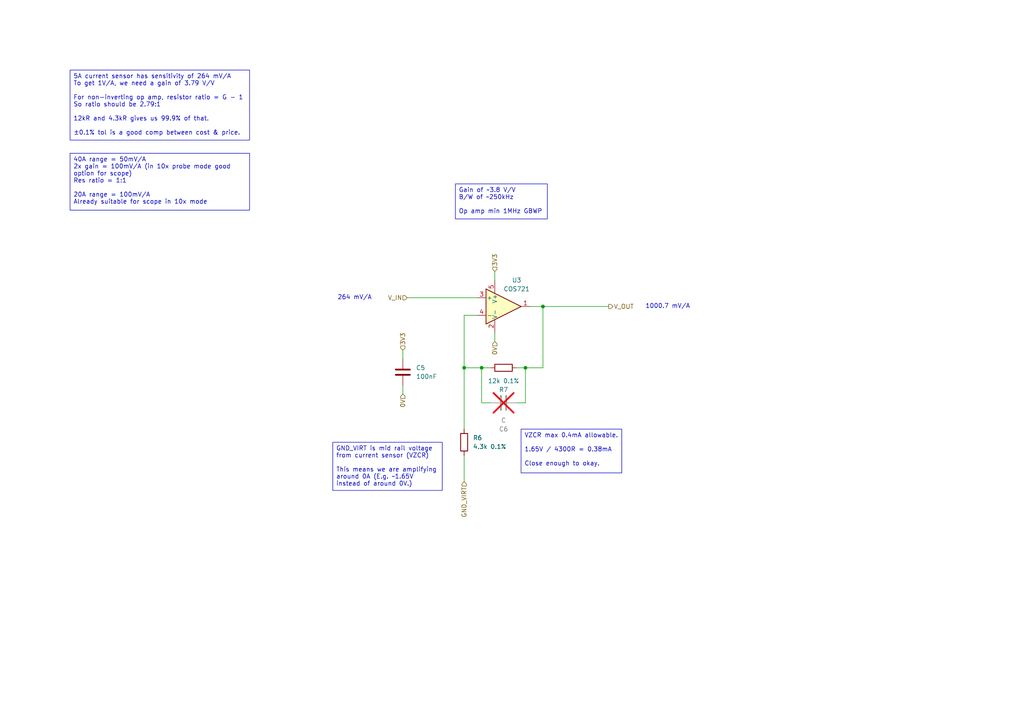
<source format=kicad_sch>
(kicad_sch (version 20231120) (generator "eeschema") (generator_version "8.0")
  (paper "A4")
  (title_block (date "2024-09-25") (rev "A"))
  (lib_symbols
    (symbol "Current_Probe_CC6920B:COS721" (pin_names (offset 0.127))
      (property "Reference" "U" (at -1.27 6.35 0))
      (property "Value" "COS721" (at -1.27 3.81 0))
      (symbol "COS721_0_1"
        (polyline (pts (xy -5.08 5.08) (xy 5.08 0) (xy -5.08 -5.08) (xy -5.08 5.08)) (stroke (width 0.254)) (fill (type background)))
        (pin power_in line (at -2.54 -7.62 90) (length 3.81) (name "V-") (number "2"))
        (pin power_in line (at -2.54 7.62 270) (length 3.81) (name "V+") (number "5"))
      )
      (symbol "COS721_1_1"
        (pin output line (at 7.62 0 180) (length 2.54) (name "~") (number "1"))
        (pin input line (at -7.62 2.54 0) (length 2.54) (name "+") (number "3"))
        (pin input line (at -7.62 -2.54 0) (length 2.54) (name "-") (number "4"))
      )
    )
    (symbol "Device:C" (pin_numbers hide) (pin_names (offset 0.254))
      (property "Reference" "C" (at 0.635 2.54 0))
      (property "Value" "C" (at 0.635 -2.54 0))
      (symbol "C_0_1"
        (polyline (pts (xy -2.032 -0.762) (xy 2.032 -0.762)) (stroke (width 0.508)))
        (polyline (pts (xy -2.032 0.762) (xy 2.032 0.762)) (stroke (width 0.508)))
      )
      (symbol "C_1_1"
        (pin passive line (at 0 3.81 270) (length 2.794) (name "~") (number "1"))
        (pin passive line (at 0 -3.81 90) (length 2.794) (name "~") (number "2"))
      )
    )
    (symbol "Device:R" (pin_numbers hide) (pin_names (offset 0))
      (property "Reference" "R" (at 2.032 0 90))
      (property "Value" "R" (at 0 0 90))
      (symbol "R_0_1"
        (rectangle (start -1.016 -2.54) (end 1.016 2.54) (stroke (width 0.254)))
      )
      (symbol "R_1_1"
        (pin passive line (at 0 3.81 270) (length 1.27) (name "~") (number "1"))
        (pin passive line (at 0 -3.81 90) (length 1.27) (name "~") (number "2"))
      )
    )
  )
  (junction (at 139.7 106.68))
  (junction (at 152.4 106.68))
  (junction (at 157.48 88.9))
  (junction (at 134.62 106.68))
  (wire (pts (xy 157.48 88.9) (xy 176.53 88.9)))
  (wire (pts (xy 134.62 106.68) (xy 134.62 124.46)))
  (wire (pts (xy 134.62 132.08) (xy 134.62 139.7)))
  (wire (pts (xy 139.7 106.68) (xy 134.62 106.68)))
  (wire (pts (xy 118.11 86.36) (xy 138.43 86.36)))
  (wire (pts (xy 134.62 91.44) (xy 138.43 91.44)))
  (wire (pts (xy 152.4 106.68) (xy 152.4 116.84)))
  (wire (pts (xy 143.51 96.52) (xy 143.51 99.06)))
  (wire (pts (xy 134.62 106.68) (xy 134.62 91.44)))
  (wire (pts (xy 142.24 116.84) (xy 139.7 116.84)))
  (wire (pts (xy 116.84 101.6) (xy 116.84 104.14)))
  (wire (pts (xy 157.48 106.68) (xy 157.48 88.9)))
  (wire (pts (xy 153.67 88.9) (xy 157.48 88.9)))
  (wire (pts (xy 152.4 106.68) (xy 157.48 106.68)))
  (wire (pts (xy 143.51 78.74) (xy 143.51 81.28)))
  (wire (pts (xy 149.86 116.84) (xy 152.4 116.84)))
  (wire (pts (xy 116.84 111.76) (xy 116.84 114.3)))
  (wire (pts (xy 142.24 106.68) (xy 139.7 106.68)))
  (wire (pts (xy 149.86 106.68) (xy 152.4 106.68)))
  (wire (pts (xy 139.7 106.68) (xy 139.7 116.84)))
  (text_box "Gain of ~3.8 V/V\nB/W of ~250kHz\n\nOp amp min 1MHz GBWP" (at 132.08 53.34 0) (size 26.67 10.16) (effects (font (size 1.27 1.27)) (justify left top)))
  (text_box "5A current sensor has sensitivity of 264 mV/A\nTo get 1V/A, we need a gain of 3.79 V/V\n\nFor non-inverting op amp, resistor ratio = G - 1\nSo ratio should be 2.79:1\n\n12kR and 4.3kR gives us 99.9% of that.\n\n±0.1% tol is a good comp between cost & price." (at 20.32 20.32 0) (size 52.07 20.32) (effects (font (size 1.27 1.27)) (justify left top)))
  (text_box "VZCR max 0.4mA allowable.\n\n1.65V / 4300R = 0.38mA\n\nClose enough to okay." (at 151.13 124.46 0) (size 29.21 12.7) (effects (font (size 1.27 1.27)) (justify left top)))
  (text_box "GND_VIRT is mid rail voltage from current sensor (VZCR)\n\nThis means we are amplifying around 0A (E.g. ~1.65V instead of around 0V.)" (at 96.52 128.27 0) (size 31.75 13.97) (effects (font (size 1.27 1.27)) (justify left top)))
  (text_box "40A range = 50mV/A\n2x gain = 100mV/A (in 10x probe mode good option for scope)\nRes ratio = 1:1\n\n20A range = 100mV/A\nAlready suitable for scope in 10x mode\n" (at 20.32 44.45 0) (size 52.07 16.51) (effects (font (size 1.27 1.27)) (justify left top)))
  (text "264 mV/A" (at 102.87 86.36 0) (effects (font (size 1.27 1.27))))
  (text "1000.7 mV/A" (at 193.675 88.9 0) (effects (font (size 1.27 1.27))))
  (hierarchical_label "0V" (shape input) (at 143.51 99.06 270))
  (hierarchical_label "GND_VIRT" (shape input) (at 134.62 139.7 270))
  (hierarchical_label "0V" (shape input) (at 116.84 114.3 270))
  (hierarchical_label "3V3" (shape input) (at 116.84 101.6 90))
  (hierarchical_label "3V3" (shape input) (at 143.51 78.74 90))
  (hierarchical_label "V_OUT" (shape output) (at 176.53 88.9 0))
  (hierarchical_label "V_IN" (shape input) (at 118.11 86.36 180))
  (symbol (lib_id "Current_Probe_CC6920B:COS721") (at 146.05 88.9 0) (unit 1)
    (property "Reference" "U3" (at 149.86 81.28 0))
    (property "Value" "COS721" (at 149.86 83.82 0))
    (property "Footprint" "Package_TO_SOT_SMD:SOT-23-5" (effects (hide yes)))
    (property "Datasheet" "https://www.lcsc.com/product-detail/Operational-Amplifier_COSINE-COS721TR_C693056.html" (effects (hide yes)))
    (property "Description" "Rail-to-Rail Input/Output Operational Amplifier, SOT-23-5" (effects (hide yes)))
    (property "LCSC Part #" "C693056" (effects (hide yes)))
    (property "Manufacturer" "COSINE " (effects (hide yes)))
    (property "Manufacturer Part #" "COS721TR" (effects (hide yes)))
  )
  (symbol (lib_id "Device:R") (at 146.05 106.68 90) (mirror x) (unit 1)
    (property "Reference" "R7" (at 146.05 113.03 90))
    (property "Value" "12k 0.1%" (at 146.05 110.49 90))
    (property "Footprint" "Resistor_SMD:R_0603_1608Metric" (effects (hide yes)))
    (property "Description" "Resistor" (effects (hide yes)))
    (property "LCSC Part #" "C326735" (effects (hide yes)))
    (property "Manufacturer" "YAGEO" (effects (hide yes)))
    (property "Manufacturer Part #" "RT0603BRD0712KL" (effects (hide yes)))
  )
  (symbol (lib_id "Device:C") (at 146.05 116.84 90) (unit 1) (dnp yes)
    (property "Reference" "C6" (at 146.05 124.46 90))
    (property "Value" "C" (at 146.05 121.92 90))
    (property "Footprint" "Capacitor_SMD:C_0603_1608Metric" (effects (hide yes)))
    (property "Description" "Unpolarized capacitor" (effects (hide yes)))
  )
  (symbol (lib_id "Device:R") (at 134.62 128.27 180) (unit 1)
    (property "Reference" "R6" (at 137.16 126.9999 0) (effects (justify right)))
    (property "Value" "4.3k 0.1%" (at 137.16 129.5399 0) (effects (justify right)))
    (property "Footprint" "Resistor_SMD:R_0603_1608Metric" (effects (hide yes)))
    (property "Description" "Resistor" (effects (hide yes)))
    (property "LCSC Part #" "C666992" (effects (hide yes)))
    (property "Manufacturer" "FH (Guangdong Fenghua Advanced Tech) " (effects (hide yes)))
    (property "Manufacturer Part #" "TD03G4301BT" (effects (hide yes)))
  )
  (symbol (lib_id "Device:C") (at 116.84 107.95 0) (unit 1)
    (property "Reference" "C5" (at 120.65 106.6799 0) (effects (justify left)))
    (property "Value" "100nF" (at 120.65 109.2199 0) (effects (justify left)))
    (property "Footprint" "Capacitor_SMD:C_0603_1608Metric" (effects (hide yes)))
    (property "Description" "Unpolarized capacitor" (effects (hide yes)))
    (property "LCSC Part #" "C14663" (effects (hide yes)))
    (property "Manufacturer" "YAGEO" (effects (hide yes)))
    (property "Manufacturer Part #" "CC0603KRX7R9BB104" (effects (hide yes)))
  )
)
</source>
